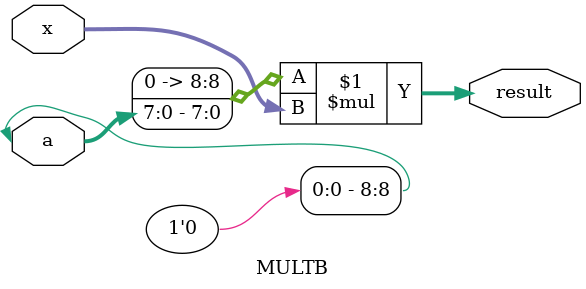
<source format=v>
`timescale 1ns / 1ps

module MULTB(
    input signed [8:0] a,
    input signed [7:0] x,
    output signed [15:0] result
    );
    
    assign a[8] = 1'b0;
    assign result = a * x; 
    
endmodule

</source>
